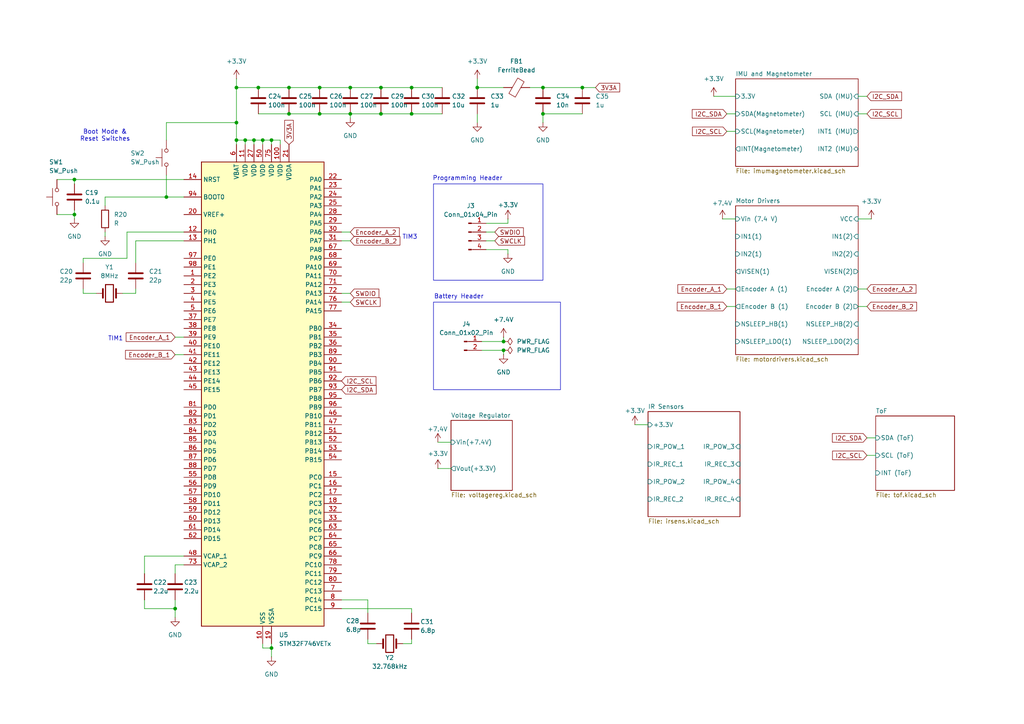
<source format=kicad_sch>
(kicad_sch (version 20250114) (generator "eeschema") (generator_version "9.0")
  (paper "A4")
  (lib_symbols
    (symbol "Connector:Conn_01x02_Pin" (pin_names (offset 1.016) (hide yes))
      (property "Reference" "J" (at 0 2.54 0))
      (property "Value" "Conn_01x02_Pin" (at 0 -5.08 0))
      (symbol "Conn_01x02_Pin_1_1"
        (rectangle (start 0.8636 0.127) (end 0 -0.127) (stroke (width 0.1524)) (fill (type outline)))
        (rectangle (start 0.8636 -2.413) (end 0 -2.667) (stroke (width 0.1524)) (fill (type outline)))
        (polyline (pts (xy 1.27 0) (xy 0.8636 0)) (stroke (width 0.1524)))
        (polyline (pts (xy 1.27 -2.54) (xy 0.8636 -2.54)) (stroke (width 0.1524)))
        (pin passive line (at 5.08 0 180) (length 3.81) (name "Pin_1") (number "1"))
        (pin passive line (at 5.08 -2.54 180) (length 3.81) (name "Pin_2") (number "2"))
      )
    )
    (symbol "Connector:Conn_01x04_Pin" (pin_names (offset 1.016) (hide yes))
      (property "Reference" "J" (at 0 5.08 0))
      (property "Value" "Conn_01x04_Pin" (at 0 -7.62 0))
      (symbol "Conn_01x04_Pin_1_1"
        (rectangle (start 0.8636 2.667) (end 0 2.413) (stroke (width 0.1524)) (fill (type outline)))
        (rectangle (start 0.8636 0.127) (end 0 -0.127) (stroke (width 0.1524)) (fill (type outline)))
        (rectangle (start 0.8636 -2.413) (end 0 -2.667) (stroke (width 0.1524)) (fill (type outline)))
        (rectangle (start 0.8636 -4.953) (end 0 -5.207) (stroke (width 0.1524)) (fill (type outline)))
        (polyline (pts (xy 1.27 2.54) (xy 0.8636 2.54)) (stroke (width 0.1524)))
        (polyline (pts (xy 1.27 0) (xy 0.8636 0)) (stroke (width 0.1524)))
        (polyline (pts (xy 1.27 -2.54) (xy 0.8636 -2.54)) (stroke (width 0.1524)))
        (polyline (pts (xy 1.27 -5.08) (xy 0.8636 -5.08)) (stroke (width 0.1524)))
        (pin passive line (at 5.08 2.54 180) (length 3.81) (name "Pin_1") (number "1"))
        (pin passive line (at 5.08 0 180) (length 3.81) (name "Pin_2") (number "2"))
        (pin passive line (at 5.08 -2.54 180) (length 3.81) (name "Pin_3") (number "3"))
        (pin passive line (at 5.08 -5.08 180) (length 3.81) (name "Pin_4") (number "4"))
      )
    )
    (symbol "Device:C" (pin_numbers (hide yes)) (pin_names (offset 0.254))
      (property "Reference" "C" (at 0.635 2.54 0))
      (property "Value" "C" (at 0.635 -2.54 0))
      (symbol "C_0_1"
        (polyline (pts (xy -2.032 0.762) (xy 2.032 0.762)) (stroke (width 0.508)))
        (polyline (pts (xy -2.032 -0.762) (xy 2.032 -0.762)) (stroke (width 0.508)))
      )
      (symbol "C_1_1"
        (pin passive line (at 0 3.81 270) (length 2.794) (name "~") (number "1"))
        (pin passive line (at 0 -3.81 90) (length 2.794) (name "~") (number "2"))
      )
    )
    (symbol "Device:Crystal" (pin_numbers (hide yes)) (pin_names (offset 1.016) (hide yes))
      (property "Reference" "Y" (at 0 3.81 0))
      (property "Value" "Crystal" (at 0 -3.81 0))
      (symbol "Crystal_0_1"
        (polyline (pts (xy -2.54 0) (xy -1.905 0)))
        (polyline (pts (xy -1.905 -1.27) (xy -1.905 1.27)) (stroke (width 0.508)))
        (rectangle (start -1.143 2.54) (end 1.143 -2.54) (stroke (width 0.3048)))
        (polyline (pts (xy 1.905 -1.27) (xy 1.905 1.27)) (stroke (width 0.508)))
        (polyline (pts (xy 2.54 0) (xy 1.905 0)))
      )
      (symbol "Crystal_1_1"
        (pin passive line (at -3.81 0 0) (length 1.27) (name "1") (number "1"))
        (pin passive line (at 3.81 0 180) (length 1.27) (name "2") (number "2"))
      )
    )
    (symbol "Device:FerriteBead" (pin_numbers (hide yes)) (pin_names (offset 0))
      (property "Reference" "FB" (at -3.81 0.635 90))
      (property "Value" "FerriteBead" (at 3.81 0 90))
      (symbol "FerriteBead_0_1"
        (polyline (pts (xy -2.7686 0.4064) (xy -1.7018 2.2606) (xy 2.7686 -0.3048) (xy 1.6764 -2.159) (xy -2.7686 0.4064)))
        (polyline (pts (xy 0 1.27) (xy 0 1.2954)))
        (polyline (pts (xy 0 -1.27) (xy 0 -1.2192)))
      )
      (symbol "FerriteBead_1_1"
        (pin passive line (at 0 3.81 270) (length 2.54) (name "~") (number "1"))
        (pin passive line (at 0 -3.81 90) (length 2.54) (name "~") (number "2"))
      )
    )
    (symbol "Device:R" (pin_numbers (hide yes)) (pin_names (offset 0))
      (property "Reference" "R" (at 2.032 0 90))
      (property "Value" "R" (at 0 0 90))
      (symbol "R_0_1"
        (rectangle (start -1.016 -2.54) (end 1.016 2.54) (stroke (width 0.254)))
      )
      (symbol "R_1_1"
        (pin passive line (at 0 3.81 270) (length 1.27) (name "~") (number "1"))
        (pin passive line (at 0 -3.81 90) (length 1.27) (name "~") (number "2"))
      )
    )
    (symbol "MCU_ST_STM32F7:STM32F746VETx"
      (property "Reference" "U" (at -17.78 69.85 0))
      (property "Value" "STM32F746VETx" (at 10.16 69.85 0))
      (symbol "STM32F746VETx_0_1"
        (rectangle (start -17.78 -66.04) (end 17.78 68.58) (stroke (width 0.254)) (fill (type background)))
      )
      (symbol "STM32F746VETx_1_1"
        (pin input line (at -22.86 63.5 0) (length 5.08) (name "NRST") (number "14"))
        (pin input line (at -22.86 58.42 0) (length 5.08) (name "BOOT0") (number "94"))
        (pin input line (at -22.86 53.34 0) (length 5.08) (name "VREF+") (number "20"))
        (pin bidirectional line (at -22.86 48.26 0) (length 5.08) (name "PH0") (number "12"))
        (pin bidirectional line (at -22.86 45.72 0) (length 5.08) (name "PH1") (number "13"))
        (pin bidirectional line (at -22.86 40.64 0) (length 5.08) (name "PE0") (number "97"))
        (pin bidirectional line (at -22.86 38.1 0) (length 5.08) (name "PE1") (number "98"))
        (pin bidirectional line (at -22.86 35.56 0) (length 5.08) (name "PE2") (number "1"))
        (pin bidirectional line (at -22.86 33.02 0) (length 5.08) (name "PE3") (number "2"))
        (pin bidirectional line (at -22.86 30.48 0) (length 5.08) (name "PE4") (number "3"))
        (pin bidirectional line (at -22.86 27.94 0) (length 5.08) (name "PE5") (number "4"))
        (pin bidirectional line (at -22.86 25.4 0) (length 5.08) (name "PE6") (number "5"))
        (pin bidirectional line (at -22.86 22.86 0) (length 5.08) (name "PE7") (number "37"))
        (pin bidirectional line (at -22.86 20.32 0) (length 5.08) (name "PE8") (number "38"))
        (pin bidirectional line (at -22.86 17.78 0) (length 5.08) (name "PE9") (number "39"))
        (pin bidirectional line (at -22.86 15.24 0) (length 5.08) (name "PE10") (number "40"))
        (pin bidirectional line (at -22.86 12.7 0) (length 5.08) (name "PE11") (number "41"))
        (pin bidirectional line (at -22.86 10.16 0) (length 5.08) (name "PE12") (number "42"))
        (pin bidirectional line (at -22.86 7.62 0) (length 5.08) (name "PE13") (number "43"))
        (pin bidirectional line (at -22.86 5.08 0) (length 5.08) (name "PE14") (number "44"))
        (pin bidirectional line (at -22.86 2.54 0) (length 5.08) (name "PE15") (number "45"))
        (pin bidirectional line (at -22.86 -2.54 0) (length 5.08) (name "PD0") (number "81"))
        (pin bidirectional line (at -22.86 -5.08 0) (length 5.08) (name "PD1") (number "82"))
        (pin bidirectional line (at -22.86 -7.62 0) (length 5.08) (name "PD2") (number "83"))
        (pin bidirectional line (at -22.86 -10.16 0) (length 5.08) (name "PD3") (number "84"))
        (pin bidirectional line (at -22.86 -12.7 0) (length 5.08) (name "PD4") (number "85"))
        (pin bidirectional line (at -22.86 -15.24 0) (length 5.08) (name "PD5") (number "86"))
        (pin bidirectional line (at -22.86 -17.78 0) (length 5.08) (name "PD6") (number "87"))
        (pin bidirectional line (at -22.86 -20.32 0) (length 5.08) (name "PD7") (number "88"))
        (pin bidirectional line (at -22.86 -22.86 0) (length 5.08) (name "PD8") (number "55"))
        (pin bidirectional line (at -22.86 -25.4 0) (length 5.08) (name "PD9") (number "56"))
        (pin bidirectional line (at -22.86 -27.94 0) (length 5.08) (name "PD10") (number "57"))
        (pin bidirectional line (at -22.86 -30.48 0) (length 5.08) (name "PD11") (number "58"))
        (pin bidirectional line (at -22.86 -33.02 0) (length 5.08) (name "PD12") (number "59"))
        (pin bidirectional line (at -22.86 -35.56 0) (length 5.08) (name "PD13") (number "60"))
        (pin bidirectional line (at -22.86 -38.1 0) (length 5.08) (name "PD14") (number "61"))
        (pin bidirectional line (at -22.86 -40.64 0) (length 5.08) (name "PD15") (number "62"))
        (pin power_out line (at -22.86 -45.72 0) (length 5.08) (name "VCAP_1") (number "48"))
        (pin power_out line (at -22.86 -48.26 0) (length 5.08) (name "VCAP_2") (number "73"))
        (pin power_in line (at -7.62 73.66 270) (length 5.08) (name "VBAT") (number "6"))
        (pin power_in line (at -5.08 73.66 270) (length 5.08) (name "VDD") (number "11"))
        (pin power_in line (at -2.54 73.66 270) (length 5.08) (name "VDD") (number "27"))
        (pin power_in line (at 0 73.66 270) (length 5.08) (name "VDD") (number "50"))
        (pin power_in line (at 0 -71.12 90) (length 5.08) (name "VSS") (number "10"))
        (pin passive line (at 0 -71.12 90) (length 5.08) (hide yes) (name "VSS") (number "26"))
        (pin passive line (at 0 -71.12 90) (length 5.08) (hide yes) (name "VSS") (number "49"))
        (pin passive line (at 0 -71.12 90) (length 5.08) (hide yes) (name "VSS") (number "74"))
        (pin passive line (at 0 -71.12 90) (length 5.08) (hide yes) (name "VSS") (number "99"))
        (pin power_in line (at 2.54 73.66 270) (length 5.08) (name "VDD") (number "75"))
        (pin power_in line (at 2.54 -71.12 90) (length 5.08) (name "VSSA") (number "19"))
        (pin power_in line (at 5.08 73.66 270) (length 5.08) (name "VDD") (number "100"))
        (pin power_in line (at 7.62 73.66 270) (length 5.08) (name "VDDA") (number "21"))
        (pin bidirectional line (at 22.86 63.5 180) (length 5.08) (name "PA0") (number "22"))
        (pin bidirectional line (at 22.86 60.96 180) (length 5.08) (name "PA1") (number "23"))
        (pin bidirectional line (at 22.86 58.42 180) (length 5.08) (name "PA2") (number "24"))
        (pin bidirectional line (at 22.86 55.88 180) (length 5.08) (name "PA3") (number "25"))
        (pin bidirectional line (at 22.86 53.34 180) (length 5.08) (name "PA4") (number "28"))
        (pin bidirectional line (at 22.86 50.8 180) (length 5.08) (name "PA5") (number "29"))
        (pin bidirectional line (at 22.86 48.26 180) (length 5.08) (name "PA6") (number "30"))
        (pin bidirectional line (at 22.86 45.72 180) (length 5.08) (name "PA7") (number "31"))
        (pin bidirectional line (at 22.86 43.18 180) (length 5.08) (name "PA8") (number "67"))
        (pin bidirectional line (at 22.86 40.64 180) (length 5.08) (name "PA9") (number "68"))
        (pin bidirectional line (at 22.86 38.1 180) (length 5.08) (name "PA10") (number "69"))
        (pin bidirectional line (at 22.86 35.56 180) (length 5.08) (name "PA11") (number "70"))
        (pin bidirectional line (at 22.86 33.02 180) (length 5.08) (name "PA12") (number "71"))
        (pin bidirectional line (at 22.86 30.48 180) (length 5.08) (name "PA13") (number "72"))
        (pin bidirectional line (at 22.86 27.94 180) (length 5.08) (name "PA14") (number "76"))
        (pin bidirectional line (at 22.86 25.4 180) (length 5.08) (name "PA15") (number "77"))
        (pin bidirectional line (at 22.86 20.32 180) (length 5.08) (name "PB0") (number "34"))
        (pin bidirectional line (at 22.86 17.78 180) (length 5.08) (name "PB1") (number "35"))
        (pin bidirectional line (at 22.86 15.24 180) (length 5.08) (name "PB2") (number "36"))
        (pin bidirectional line (at 22.86 12.7 180) (length 5.08) (name "PB3") (number "89"))
        (pin bidirectional line (at 22.86 10.16 180) (length 5.08) (name "PB4") (number "90"))
        (pin bidirectional line (at 22.86 7.62 180) (length 5.08) (name "PB5") (number "91"))
        (pin bidirectional line (at 22.86 5.08 180) (length 5.08) (name "PB6") (number "92"))
        (pin bidirectional line (at 22.86 2.54 180) (length 5.08) (name "PB7") (number "93"))
        (pin bidirectional line (at 22.86 0 180) (length 5.08) (name "PB8") (number "95"))
        (pin bidirectional line (at 22.86 -2.54 180) (length 5.08) (name "PB9") (number "96"))
        (pin bidirectional line (at 22.86 -5.08 180) (length 5.08) (name "PB10") (number "46"))
        (pin bidirectional line (at 22.86 -7.62 180) (length 5.08) (name "PB11") (number "47"))
        (pin bidirectional line (at 22.86 -10.16 180) (length 5.08) (name "PB12") (number "51"))
        (pin bidirectional line (at 22.86 -12.7 180) (length 5.08) (name "PB13") (number "52"))
        (pin bidirectional line (at 22.86 -15.24 180) (length 5.08) (name "PB14") (number "53"))
        (pin bidirectional line (at 22.86 -17.78 180) (length 5.08) (name "PB15") (number "54"))
        (pin bidirectional line (at 22.86 -22.86 180) (length 5.08) (name "PC0") (number "15"))
        (pin bidirectional line (at 22.86 -25.4 180) (length 5.08) (name "PC1") (number "16"))
        (pin bidirectional line (at 22.86 -27.94 180) (length 5.08) (name "PC2") (number "17"))
        (pin bidirectional line (at 22.86 -30.48 180) (length 5.08) (name "PC3") (number "18"))
        (pin bidirectional line (at 22.86 -33.02 180) (length 5.08) (name "PC4") (number "32"))
        (pin bidirectional line (at 22.86 -35.56 180) (length 5.08) (name "PC5") (number "33"))
        (pin bidirectional line (at 22.86 -38.1 180) (length 5.08) (name "PC6") (number "63"))
        (pin bidirectional line (at 22.86 -40.64 180) (length 5.08) (name "PC7") (number "64"))
        (pin bidirectional line (at 22.86 -43.18 180) (length 5.08) (name "PC8") (number "65"))
        (pin bidirectional line (at 22.86 -45.72 180) (length 5.08) (name "PC9") (number "66"))
        (pin bidirectional line (at 22.86 -48.26 180) (length 5.08) (name "PC10") (number "78"))
        (pin bidirectional line (at 22.86 -50.8 180) (length 5.08) (name "PC11") (number "79"))
        (pin bidirectional line (at 22.86 -53.34 180) (length 5.08) (name "PC12") (number "80"))
        (pin bidirectional line (at 22.86 -55.88 180) (length 5.08) (name "PC13") (number "7"))
        (pin bidirectional line (at 22.86 -58.42 180) (length 5.08) (name "PC14") (number "8"))
        (pin bidirectional line (at 22.86 -60.96 180) (length 5.08) (name "PC15") (number "9"))
      )
    )
    (symbol "Switch:SW_Push" (pin_numbers (hide yes)) (pin_names (offset 1.016) (hide yes))
      (property "Reference" "SW" (at 1.27 2.54 0))
      (property "Value" "SW_Push" (at 0 -1.524 0))
      (symbol "SW_Push_0_1"
        (circle (center -2.032 0) (radius 0.508))
        (polyline (pts (xy 0 1.27) (xy 0 3.048)))
        (circle (center 2.032 0) (radius 0.508))
        (polyline (pts (xy 2.54 1.27) (xy -2.54 1.27)))
        (pin passive line (at -5.08 0 0) (length 2.54) (name "1") (number "1"))
        (pin passive line (at 5.08 0 180) (length 2.54) (name "2") (number "2"))
      )
    )
    (symbol "power:+3.3V" (power) (pin_numbers (hide yes)) (pin_names (offset 0) (hide yes))
      (property "Value" "+3.3V" (at 0 3.556 0))
      (symbol "+3.3V_0_1"
        (polyline (pts (xy -0.762 1.27) (xy 0 2.54)))
        (polyline (pts (xy 0 2.54) (xy 0.762 1.27)))
        (polyline (pts (xy 0 0) (xy 0 2.54)))
      )
      (symbol "+3.3V_1_1"
        (pin power_in line (at 0 0 90) (length 0) (name "~") (number "1"))
      )
    )
    (symbol "power:GND" (power) (pin_numbers (hide yes)) (pin_names (offset 0) (hide yes))
      (property "Value" "GND" (at 0 -3.81 0))
      (symbol "GND_0_1"
        (polyline (pts (xy 0 0) (xy 0 -1.27) (xy 1.27 -1.27) (xy 0 -2.54) (xy -1.27 -1.27) (xy 0 -1.27)))
      )
      (symbol "GND_1_1"
        (pin power_in line (at 0 0 270) (length 0) (name "~") (number "1"))
      )
    )
    (symbol "power:PWR_FLAG" (power) (pin_numbers (hide yes)) (pin_names (offset 0) (hide yes))
      (property "Value" "PWR_FLAG" (at 0 3.81 0))
      (symbol "PWR_FLAG_0_0"
        (pin power_out line (at 0 0 90) (length 0) (name "~") (number "1"))
      )
      (symbol "PWR_FLAG_0_1"
        (polyline (pts (xy 0 0) (xy 0 1.27) (xy -1.016 1.905) (xy 0 2.54) (xy 1.016 1.905) (xy 0 1.27)))
      )
    )
    (symbol "power:VDC" (power) (pin_numbers (hide yes)) (pin_names (offset 0) (hide yes))
      (property "Value" "VDC" (at 0 3.556 0))
      (symbol "VDC_0_1"
        (polyline (pts (xy -0.762 1.27) (xy 0 2.54)))
        (polyline (pts (xy 0 2.54) (xy 0.762 1.27)))
        (polyline (pts (xy 0 0) (xy 0 2.54)))
      )
      (symbol "VDC_1_1"
        (pin power_in line (at 0 0 90) (length 0) (name "~") (number "1"))
      )
    )
  )
  (rectangle (start 125.73 87.63) (end 162.56 113.03))
  (rectangle (start 125.73 53.34) (end 157.48 81.28))
  (text "Battery Header" (at 133.096 86.106 0) (effects (font (size 1.27 1.27))))
  (text "Boot Mode &\nReset Switches" (at 30.48 39.37 0) (effects (font (size 1.27 1.27))))
  (text "TIM1" (at 33.528 98.298 0) (effects (font (size 1.27 1.27))))
  (text "Programming Header" (at 135.636 51.816 0) (effects (font (size 1.27 1.27))))
  (text "TIM3" (at 118.872 68.834 0) (effects (font (size 1.27 1.27))))
  (junction (at 78.74 187.96))
  (junction (at 73.66 40.64))
  (junction (at 92.71 25.4))
  (junction (at 48.26 57.15))
  (junction (at 68.58 35.56))
  (junction (at 157.48 33.02))
  (junction (at 50.8 176.53))
  (junction (at 68.58 25.4))
  (junction (at 21.59 52.07))
  (junction (at 74.93 25.4))
  (junction (at 101.6 25.4))
  (junction (at 76.2 40.64))
  (junction (at 168.91 25.4))
  (junction (at 146.05 99.06))
  (junction (at 71.12 40.64))
  (junction (at 101.6 33.02))
  (junction (at 68.58 40.64))
  (junction (at 119.38 25.4))
  (junction (at 83.82 25.4))
  (junction (at 146.05 101.6))
  (junction (at 157.48 25.4))
  (junction (at 21.59 62.23))
  (junction (at 110.49 25.4))
  (junction (at 119.38 33.02))
  (junction (at 110.49 33.02))
  (junction (at 83.82 33.02))
  (junction (at 78.74 40.64))
  (junction (at 138.43 25.4))
  (junction (at 92.71 33.02))
  (wire (pts (xy 24.13 74.93) (xy 36.83 74.93)))
  (wire (pts (xy 48.26 35.56) (xy 68.58 35.56)))
  (wire (pts (xy 251.46 132.08) (xy 254 132.08)))
  (wire (pts (xy 53.34 161.29) (xy 41.91 161.29)))
  (wire (pts (xy 106.68 185.42) (xy 106.68 186.69)))
  (wire (pts (xy 50.8 176.53) (xy 50.8 179.07)))
  (wire (pts (xy 21.59 62.23) (xy 21.59 60.96)))
  (wire (pts (xy 99.06 69.85) (xy 101.6 69.85)))
  (wire (pts (xy 50.8 176.53) (xy 41.91 176.53)))
  (wire (pts (xy 101.6 33.02) (xy 110.49 33.02)))
  (wire (pts (xy 48.26 40.64) (xy 48.26 35.56)))
  (wire (pts (xy 248.92 88.9) (xy 251.46 88.9)))
  (wire (pts (xy 83.82 33.02) (xy 92.71 33.02)))
  (wire (pts (xy 41.91 173.99) (xy 41.91 176.53)))
  (wire (pts (xy 68.58 40.64) (xy 71.12 40.64)))
  (wire (pts (xy 146.05 97.79) (xy 146.05 99.06)))
  (wire (pts (xy 30.48 57.15) (xy 48.26 57.15)))
  (wire (pts (xy 106.68 173.99) (xy 99.06 173.99)))
  (wire (pts (xy 157.48 33.02) (xy 168.91 33.02)))
  (wire (pts (xy 99.06 67.31) (xy 101.6 67.31)))
  (wire (pts (xy 248.92 27.94) (xy 251.46 27.94)))
  (wire (pts (xy 50.8 102.87) (xy 53.34 102.87)))
  (wire (pts (xy 99.06 87.63) (xy 101.6 87.63)))
  (wire (pts (xy 147.32 64.77) (xy 140.97 64.77)))
  (wire (pts (xy 27.94 85.09) (xy 24.13 85.09)))
  (wire (pts (xy 35.56 85.09) (xy 39.37 85.09)))
  (wire (pts (xy 110.49 33.02) (xy 119.38 33.02)))
  (wire (pts (xy 210.82 33.02) (xy 213.36 33.02)))
  (wire (pts (xy 157.48 25.4) (xy 168.91 25.4)))
  (wire (pts (xy 39.37 69.85) (xy 53.34 69.85)))
  (wire (pts (xy 50.8 173.99) (xy 50.8 176.53)))
  (wire (pts (xy 71.12 40.64) (xy 73.66 40.64)))
  (wire (pts (xy 78.74 40.64) (xy 78.74 41.91)))
  (wire (pts (xy 140.97 67.31) (xy 143.51 67.31)))
  (wire (pts (xy 210.82 88.9) (xy 213.36 88.9)))
  (wire (pts (xy 36.83 67.31) (xy 53.34 67.31)))
  (wire (pts (xy 74.93 25.4) (xy 83.82 25.4)))
  (wire (pts (xy 99.06 85.09) (xy 101.6 85.09)))
  (wire (pts (xy 138.43 22.86) (xy 138.43 25.4)))
  (wire (pts (xy 248.92 33.02) (xy 251.46 33.02)))
  (wire (pts (xy 99.06 176.53) (xy 119.38 176.53)))
  (wire (pts (xy 83.82 25.4) (xy 92.71 25.4)))
  (wire (pts (xy 140.97 69.85) (xy 143.51 69.85)))
  (wire (pts (xy 68.58 35.56) (xy 68.58 40.64)))
  (wire (pts (xy 39.37 76.2) (xy 39.37 69.85)))
  (wire (pts (xy 16.51 52.07) (xy 21.59 52.07)))
  (wire (pts (xy 210.82 38.1) (xy 213.36 38.1)))
  (wire (pts (xy 36.83 74.93) (xy 36.83 67.31)))
  (wire (pts (xy 119.38 25.4) (xy 128.27 25.4)))
  (wire (pts (xy 78.74 187.96) (xy 78.74 190.5)))
  (wire (pts (xy 153.67 25.4) (xy 157.48 25.4)))
  (wire (pts (xy 92.71 33.02) (xy 101.6 33.02)))
  (wire (pts (xy 16.51 62.23) (xy 21.59 62.23)))
  (wire (pts (xy 76.2 187.96) (xy 78.74 187.96)))
  (wire (pts (xy 116.84 186.69) (xy 119.38 186.69)))
  (wire (pts (xy 207.01 27.94) (xy 213.36 27.94)))
  (wire (pts (xy 210.82 83.82) (xy 213.36 83.82)))
  (wire (pts (xy 71.12 40.64) (xy 71.12 41.91)))
  (wire (pts (xy 68.58 25.4) (xy 68.58 35.56)))
  (wire (pts (xy 68.58 40.64) (xy 68.58 41.91)))
  (wire (pts (xy 24.13 83.82) (xy 24.13 85.09)))
  (wire (pts (xy 110.49 25.4) (xy 119.38 25.4)))
  (wire (pts (xy 168.91 25.4) (xy 172.72 25.4)))
  (wire (pts (xy 251.46 127) (xy 254 127)))
  (wire (pts (xy 147.32 72.39) (xy 140.97 72.39)))
  (wire (pts (xy 48.26 50.8) (xy 48.26 57.15)))
  (wire (pts (xy 41.91 161.29) (xy 41.91 166.37)))
  (wire (pts (xy 146.05 102.87) (xy 146.05 101.6)))
  (wire (pts (xy 39.37 83.82) (xy 39.37 85.09)))
  (wire (pts (xy 138.43 33.02) (xy 138.43 35.56)))
  (wire (pts (xy 24.13 74.93) (xy 24.13 76.2)))
  (wire (pts (xy 78.74 40.64) (xy 81.28 40.64)))
  (wire (pts (xy 101.6 33.02) (xy 101.6 34.29)))
  (wire (pts (xy 127 135.89) (xy 130.81 135.89)))
  (wire (pts (xy 146.05 101.6) (xy 139.7 101.6)))
  (wire (pts (xy 209.55 63.5) (xy 213.36 63.5)))
  (wire (pts (xy 73.66 40.64) (xy 76.2 40.64)))
  (wire (pts (xy 73.66 40.64) (xy 73.66 41.91)))
  (wire (pts (xy 30.48 57.15) (xy 30.48 59.69)))
  (wire (pts (xy 248.92 63.5) (xy 252.73 63.5)))
  (wire (pts (xy 21.59 52.07) (xy 21.59 53.34)))
  (wire (pts (xy 30.48 67.31) (xy 30.48 68.58)))
  (wire (pts (xy 76.2 186.69) (xy 76.2 187.96)))
  (wire (pts (xy 119.38 177.8) (xy 119.38 176.53)))
  (wire (pts (xy 147.32 73.66) (xy 147.32 72.39)))
  (wire (pts (xy 76.2 40.64) (xy 78.74 40.64)))
  (wire (pts (xy 157.48 33.02) (xy 157.48 35.56)))
  (wire (pts (xy 184.15 123.19) (xy 187.96 123.19)))
  (wire (pts (xy 119.38 33.02) (xy 128.27 33.02)))
  (wire (pts (xy 92.71 25.4) (xy 101.6 25.4)))
  (wire (pts (xy 50.8 163.83) (xy 53.34 163.83)))
  (wire (pts (xy 50.8 166.37) (xy 50.8 163.83)))
  (wire (pts (xy 106.68 177.8) (xy 106.68 173.99)))
  (wire (pts (xy 21.59 63.5) (xy 21.59 62.23)))
  (wire (pts (xy 68.58 22.86) (xy 68.58 25.4)))
  (wire (pts (xy 127 128.27) (xy 130.81 128.27)))
  (wire (pts (xy 119.38 186.69) (xy 119.38 185.42)))
  (wire (pts (xy 248.92 83.82) (xy 251.46 83.82)))
  (wire (pts (xy 21.59 52.07) (xy 53.34 52.07)))
  (wire (pts (xy 109.22 186.69) (xy 106.68 186.69)))
  (wire (pts (xy 48.26 57.15) (xy 53.34 57.15)))
  (wire (pts (xy 138.43 25.4) (xy 146.05 25.4)))
  (wire (pts (xy 50.8 97.79) (xy 53.34 97.79)))
  (wire (pts (xy 74.93 33.02) (xy 83.82 33.02)))
  (wire (pts (xy 81.28 40.64) (xy 81.28 41.91)))
  (wire (pts (xy 78.74 187.96) (xy 78.74 186.69)))
  (wire (pts (xy 101.6 25.4) (xy 110.49 25.4)))
  (wire (pts (xy 68.58 25.4) (xy 74.93 25.4)))
  (wire (pts (xy 76.2 40.64) (xy 76.2 41.91)))
  (wire (pts (xy 146.05 99.06) (xy 139.7 99.06)))
  (wire (pts (xy 147.32 63.5) (xy 147.32 64.77)))
  (global_label "SWCLK" (shape input) (at 143.51 69.85 0) (property "Intersheetrefs" "${INTERSHEET_REFS}" (effects (hide yes))))
  (global_label "SWDIO" (shape input) (at 101.6 85.09 0) (property "Intersheetrefs" "${INTERSHEET_REFS}" (effects (hide yes))))
  (global_label "I2C_SCL" (shape input) (at 210.82 38.1 180) (property "Intersheetrefs" "${INTERSHEET_REFS}" (effects (hide yes))))
  (global_label "Encoder_A_1" (shape input) (at 210.82 83.82 180) (property "Intersheetrefs" "${INTERSHEET_REFS}" (effects (hide yes))))
  (global_label "3V3A" (shape input) (at 83.82 41.91 90) (property "Intersheetrefs" "${INTERSHEET_REFS}" (effects (hide yes))))
  (global_label "Encoder_A_2" (shape input) (at 251.46 83.82 0) (property "Intersheetrefs" "${INTERSHEET_REFS}" (effects (hide yes))))
  (global_label "I2C_SDA" (shape input) (at 251.46 27.94 0) (property "Intersheetrefs" "${INTERSHEET_REFS}" (effects (hide yes))))
  (global_label "Encoder_A_1" (shape input) (at 50.8 97.79 180) (property "Intersheetrefs" "${INTERSHEET_REFS}" (effects (hide yes))))
  (global_label "3V3A" (shape input) (at 172.72 25.4 0) (property "Intersheetrefs" "${INTERSHEET_REFS}" (effects (hide yes))))
  (global_label "Encoder_B_2" (shape input) (at 251.46 88.9 0) (property "Intersheetrefs" "${INTERSHEET_REFS}" (effects (hide yes))))
  (global_label "SWDIO" (shape input) (at 143.51 67.31 0) (property "Intersheetrefs" "${INTERSHEET_REFS}" (effects (hide yes))))
  (global_label "I2C_SDA" (shape input) (at 251.46 127 180) (property "Intersheetrefs" "${INTERSHEET_REFS}" (effects (hide yes))))
  (global_label "I2C_SCL" (shape input) (at 251.46 33.02 0) (property "Intersheetrefs" "${INTERSHEET_REFS}" (effects (hide yes))))
  (global_label "I2C_SDA" (shape input) (at 99.06 113.03 0) (property "Intersheetrefs" "${INTERSHEET_REFS}" (effects (hide yes))))
  (global_label "I2C_SDA" (shape input) (at 210.82 33.02 180) (property "Intersheetrefs" "${INTERSHEET_REFS}" (effects (hide yes))))
  (global_label "I2C_SCL" (shape input) (at 251.46 132.08 180) (property "Intersheetrefs" "${INTERSHEET_REFS}" (effects (hide yes))))
  (global_label "Encoder_A_2" (shape input) (at 101.6 67.31 0) (property "Intersheetrefs" "${INTERSHEET_REFS}" (effects (hide yes))))
  (global_label "SWCLK" (shape input) (at 101.6 87.63 0) (property "Intersheetrefs" "${INTERSHEET_REFS}" (effects (hide yes))))
  (global_label "Encoder_B_2" (shape input) (at 101.6 69.85 0) (property "Intersheetrefs" "${INTERSHEET_REFS}" (effects (hide yes))))
  (global_label "Encoder_B_1" (shape input) (at 50.8 102.87 180) (property "Intersheetrefs" "${INTERSHEET_REFS}" (effects (hide yes))))
  (global_label "Encoder_B_1" (shape input) (at 210.82 88.9 180) (property "Intersheetrefs" "${INTERSHEET_REFS}" (effects (hide yes))))
  (global_label "I2C_SCL" (shape input) (at 99.06 110.49 0) (property "Intersheetrefs" "${INTERSHEET_REFS}" (effects (hide yes))))
  (symbol (lib_id "power:GND") (at 50.8 179.07 0) (unit 1)
    (property "Reference" "#PWR050" (effects (hide yes)))
    (property "Value" "GND" (at 50.8 184.15 0))
    (property "Description" "Power symbol creates a global label with name \"GND\" , ground" (effects (hide yes)))
  )
  (symbol (lib_id "Device:C") (at 50.8 170.18 0) (unit 1)
    (property "Reference" "C23" (at 53.34 168.91 0) (effects (justify left)))
    (property "Value" "2.2u" (at 53.34 171.45 0) (effects (justify left)))
    (property "Description" "Unpolarized capacitor" (effects (hide yes)))
  )
  (symbol (lib_id "Connector:Conn_01x04_Pin") (at 135.89 67.31 0) (unit 1)
    (property "Reference" "J3" (at 136.525 59.69 0))
    (property "Value" "Conn_01x04_Pin" (at 136.525 62.23 0))
    (property "Description" "Generic connector, single row, 01x04, script generated" (effects (hide yes)))
  )
  (symbol (lib_id "power:GND") (at 78.74 190.5 0) (unit 1)
    (property "Reference" "#PWR052" (effects (hide yes)))
    (property "Value" "GND" (at 78.74 195.58 0))
    (property "Description" "Power symbol creates a global label with name \"GND\" , ground" (effects (hide yes)))
  )
  (symbol (lib_id "power:VDC") (at 127 128.27 0) (unit 1)
    (property "Reference" "#PWR09" (effects (hide yes)))
    (property "Value" "+7.4V" (at 123.952 124.46 0) (effects (justify left)))
    (property "Description" "Power symbol creates a global label with name \"VDC\"" (effects (hide yes)))
  )
  (symbol (lib_id "power:+3.3V") (at 184.15 123.19 0) (unit 1)
    (property "Reference" "#PWR065" (effects (hide yes)))
    (property "Value" "+3.3V" (at 184.15 119.126 0))
    (property "Description" "Power symbol creates a global label with name \"+3.3V\"" (effects (hide yes)))
  )
  (symbol (lib_id "power:PWR_FLAG") (at 146.05 101.6 270) (unit 1)
    (property "Reference" "#FLG02" (effects (hide yes)))
    (property "Value" "PWR_FLAG" (at 149.86 101.5999 90) (effects (justify left)))
    (property "Description" "Special symbol for telling ERC where power comes from" (effects (hide yes)))
  )
  (symbol (lib_id "Device:C") (at 21.59 57.15 0) (unit 1)
    (property "Reference" "C19" (at 24.638 55.88 0) (effects (justify left)))
    (property "Value" "0.1u" (at 24.638 58.42 0) (effects (justify left)))
    (property "Description" "Unpolarized capacitor" (effects (hide yes)))
  )
  (symbol (lib_id "Device:C") (at 24.13 80.01 0) (unit 1)
    (property "Reference" "C20" (at 17.272 78.74 0) (effects (justify left)))
    (property "Value" "22p" (at 17.272 81.28 0) (effects (justify left)))
    (property "Description" "Unpolarized capacitor" (effects (hide yes)))
  )
  (symbol (lib_id "Device:C") (at 74.93 29.21 0) (unit 1)
    (property "Reference" "C24" (at 77.724 27.94 0) (effects (justify left)))
    (property "Value" "100n" (at 77.724 30.48 0) (effects (justify left)))
    (property "Description" "Unpolarized capacitor" (effects (hide yes)))
  )
  (symbol (lib_id "Device:C") (at 39.37 80.01 0) (unit 1)
    (property "Reference" "C21" (at 43.18 78.7399 0) (effects (justify left)))
    (property "Value" "22p" (at 43.18 81.2799 0) (effects (justify left)))
    (property "Description" "Unpolarized capacitor" (effects (hide yes)))
  )
  (symbol (lib_id "Device:C") (at 168.91 29.21 0) (unit 1)
    (property "Reference" "C35" (at 172.72 27.9399 0) (effects (justify left)))
    (property "Value" "1u" (at 172.72 30.4799 0) (effects (justify left)))
    (property "Description" "Unpolarized capacitor" (effects (hide yes)))
  )
  (symbol (lib_id "Device:C") (at 41.91 170.18 0) (unit 1)
    (property "Reference" "C22" (at 44.45 168.91 0) (effects (justify left)))
    (property "Value" "2.2u" (at 44.45 171.45 0) (effects (justify left)))
    (property "Description" "Unpolarized capacitor" (effects (hide yes)))
  )
  (symbol (lib_id "power:+3.3V") (at 252.73 63.5 0) (unit 1)
    (property "Reference" "#PWR063" (effects (hide yes)))
    (property "Value" "+3.3V" (at 252.73 58.42 0))
    (property "Description" "Power symbol creates a global label with name \"+3.3V\"" (effects (hide yes)))
  )
  (symbol (lib_id "power:PWR_FLAG") (at 146.05 99.06 270) (unit 1)
    (property "Reference" "#FLG01" (effects (hide yes)))
    (property "Value" "PWR_FLAG" (at 149.86 99.0599 90) (effects (justify left)))
    (property "Description" "Special symbol for telling ERC where power comes from" (effects (hide yes)))
  )
  (symbol (lib_id "Device:C") (at 106.68 181.61 0) (unit 1)
    (property "Reference" "C28" (at 100.33 180.086 0) (effects (justify left)))
    (property "Value" "6.8p" (at 100.33 182.626 0) (effects (justify left)))
    (property "Description" "Unpolarized capacitor" (effects (hide yes)))
  )
  (symbol (lib_id "Device:C") (at 119.38 29.21 0) (unit 1)
    (property "Reference" "C30" (at 122.174 27.94 0) (effects (justify left)))
    (property "Value" "100n" (at 122.174 30.48 0) (effects (justify left)))
    (property "Description" "Unpolarized capacitor" (effects (hide yes)))
  )
  (symbol (lib_id "power:VDC") (at 209.55 63.5 0) (unit 1)
    (property "Reference" "#PWR064" (effects (hide yes)))
    (property "Value" "+7.4V" (at 206.502 58.928 0) (effects (justify left)))
    (property "Description" "Power symbol creates a global label with name \"VDC\"" (effects (hide yes)))
  )
  (symbol (lib_id "power:GND") (at 157.48 35.56 0) (unit 1)
    (property "Reference" "#PWR056" (effects (hide yes)))
    (property "Value" "GND" (at 157.48 40.64 0))
    (property "Description" "Power symbol creates a global label with name \"GND\" , ground" (effects (hide yes)))
  )
  (symbol (lib_id "Device:C") (at 83.82 29.21 0) (unit 1)
    (property "Reference" "C25" (at 86.614 27.94 0) (effects (justify left)))
    (property "Value" "100n" (at 86.614 30.48 0) (effects (justify left)))
    (property "Description" "Unpolarized capacitor" (effects (hide yes)))
  )
  (symbol (lib_id "power:GND") (at 21.59 63.5 0) (unit 1)
    (property "Reference" "#PWR048" (effects (hide yes)))
    (property "Value" "GND" (at 21.59 68.58 0))
    (property "Description" "Power symbol creates a global label with name \"GND\" , ground" (effects (hide yes)))
  )
  (symbol (lib_id "power:+3.3V") (at 147.32 63.5 0) (unit 1)
    (property "Reference" "#PWR067" (effects (hide yes)))
    (property "Value" "+3.3V" (at 147.32 59.436 0))
    (property "Description" "Power symbol creates a global label with name \"+3.3V\"" (effects (hide yes)))
  )
  (symbol (lib_id "Device:Crystal") (at 31.75 85.09 0) (unit 1)
    (property "Reference" "Y1" (at 31.75 77.47 0))
    (property "Value" "8MHz" (at 31.75 80.01 0))
    (property "Description" "Two pin crystal" (effects (hide yes)))
  )
  (symbol (lib_id "Switch:SW_Push") (at 16.51 57.15 90) (unit 1)
    (property "Reference" "SW1" (at 14.224 46.99 90) (effects (justify right)))
    (property "Value" "SW_Push" (at 14.224 49.53 90) (effects (justify right)))
    (property "Description" "Push button switch, generic, two pins" (effects (hide yes)))
  )
  (symbol (lib_id "power:+3.3V") (at 146.05 97.79 0) (unit 1)
    (property "Reference" "#PWR068" (effects (hide yes)))
    (property "Value" "+7.4V" (at 146.05 92.71 0))
    (property "Description" "Power symbol creates a global label with name \"+3.3V\"" (effects (hide yes)))
  )
  (symbol (lib_id "Device:Crystal") (at 113.03 186.69 0) (unit 1)
    (property "Reference" "Y2" (at 113.03 190.754 0))
    (property "Value" "32.768kHz" (at 113.03 193.294 0))
    (property "Description" "Two pin crystal" (effects (hide yes)))
  )
  (symbol (lib_id "Device:C") (at 110.49 29.21 0) (unit 1)
    (property "Reference" "C29" (at 113.284 27.94 0) (effects (justify left)))
    (property "Value" "100n" (at 113.284 30.48 0) (effects (justify left)))
    (property "Description" "Unpolarized capacitor" (effects (hide yes)))
  )
  (symbol (lib_id "Device:FerriteBead") (at 149.86 25.4 90) (unit 1)
    (property "Reference" "FB1" (at 149.8092 17.78 90))
    (property "Value" "FerriteBead" (at 149.8092 20.32 90))
    (property "Description" "Ferrite bead" (effects (hide yes)))
  )
  (symbol (lib_id "power:GND") (at 101.6 34.29 0) (unit 1)
    (property "Reference" "#PWR053" (effects (hide yes)))
    (property "Value" "GND" (at 101.6 39.37 0))
    (property "Description" "Power symbol creates a global label with name \"GND\" , ground" (effects (hide yes)))
  )
  (symbol (lib_id "Device:C") (at 128.27 29.21 0) (unit 1)
    (property "Reference" "C32" (at 131.064 27.94 0) (effects (justify left)))
    (property "Value" "10u" (at 131.064 30.48 0) (effects (justify left)))
    (property "Description" "Unpolarized capacitor" (effects (hide yes)))
  )
  (symbol (lib_id "Device:C") (at 138.43 29.21 0) (unit 1)
    (property "Reference" "C33" (at 142.24 27.9399 0) (effects (justify left)))
    (property "Value" "1u" (at 142.24 30.4799 0) (effects (justify left)))
    (property "Description" "Unpolarized capacitor" (effects (hide yes)))
  )
  (symbol (lib_id "Device:R") (at 30.48 63.5 0) (unit 1)
    (property "Reference" "R20" (at 33.02 62.2299 0) (effects (justify left)))
    (property "Value" "R" (at 33.02 64.7699 0) (effects (justify left)))
    (property "Description" "Resistor" (effects (hide yes)))
  )
  (symbol (lib_id "Device:C") (at 101.6 29.21 0) (unit 1)
    (property "Reference" "C27" (at 104.394 27.94 0) (effects (justify left)))
    (property "Value" "100n" (at 104.394 30.48 0) (effects (justify left)))
    (property "Description" "Unpolarized capacitor" (effects (hide yes)))
  )
  (symbol (lib_id "Device:C") (at 92.71 29.21 0) (unit 1)
    (property "Reference" "C26" (at 95.504 27.94 0) (effects (justify left)))
    (property "Value" "100n" (at 95.504 30.48 0) (effects (justify left)))
    (property "Description" "Unpolarized capacitor" (effects (hide yes)))
  )
  (symbol (lib_id "power:GND") (at 30.48 68.58 0) (unit 1)
    (property "Reference" "#PWR049" (effects (hide yes)))
    (property "Value" "GND" (at 30.48 73.66 0))
    (property "Description" "Power symbol creates a global label with name \"GND\" , ground" (effects (hide yes)))
  )
  (symbol (lib_id "power:+3.3V") (at 68.58 22.86 0) (unit 1)
    (property "Reference" "#PWR060" (effects (hide yes)))
    (property "Value" "+3.3V" (at 68.58 17.78 0))
    (property "Description" "Power symbol creates a global label with name \"+3.3V\"" (effects (hide yes)))
  )
  (symbol (lib_id "power:GND") (at 146.05 102.87 0) (unit 1)
    (property "Reference" "#PWR069" (effects (hide yes)))
    (property "Value" "GND" (at 146.05 107.95 0))
    (property "Description" "Power symbol creates a global label with name \"GND\" , ground" (effects (hide yes)))
  )
  (symbol (lib_id "MCU_ST_STM32F7:STM32F746VETx") (at 76.2 115.57 0) (unit 1)
    (property "Reference" "U5" (at 80.8833 184.15 0) (effects (justify left)))
    (property "Value" "STM32F746VETx" (at 80.8833 186.69 0) (effects (justify left)))
    (property "Footprint" "Package_QFP:LQFP-100_14x14mm_P0.5mm" (effects (hide yes)))
    (property "Datasheet" "https://www.st.com/resource/en/datasheet/stm32f746ve.pdf" (effects (hide yes)))
    (property "Description" "STMicroelectronics Arm Cortex-M7 MCU, 512KB flash, 320KB RAM, 216 MHz, 1.7-3.6V, 82 GPIO, LQFP100" (effects (hide yes)))
  )
  (symbol (lib_id "Switch:SW_Push") (at 48.26 45.72 90) (unit 1)
    (property "Reference" "SW2" (at 37.846 44.45 90) (effects (justify right)))
    (property "Value" "SW_Push" (at 37.846 46.99 90) (effects (justify right)))
    (property "Description" "Push button switch, generic, two pins" (effects (hide yes)))
  )
  (symbol (lib_id "power:GND") (at 147.32 73.66 0) (unit 1)
    (property "Reference" "#PWR071" (effects (hide yes)))
    (property "Value" "GND" (at 147.32 78.74 0))
    (property "Description" "Power symbol creates a global label with name \"GND\" , ground" (effects (hide yes)))
  )
  (symbol (lib_id "power:GND") (at 138.43 35.56 0) (unit 1)
    (property "Reference" "#PWR055" (effects (hide yes)))
    (property "Value" "GND" (at 138.43 40.64 0))
    (property "Description" "Power symbol creates a global label with name \"GND\" , ground" (effects (hide yes)))
  )
  (symbol (lib_id "power:+3.3V") (at 207.01 27.94 0) (unit 1)
    (property "Reference" "#PWR070" (effects (hide yes)))
    (property "Value" "+3.3V" (at 207.01 22.86 0))
    (property "Description" "Power symbol creates a global label with name \"+3.3V\"" (effects (hide yes)))
  )
  (symbol (lib_id "Device:C") (at 119.38 181.61 0) (unit 1)
    (property "Reference" "C31" (at 121.92 180.34 0) (effects (justify left)))
    (property "Value" "6.8p" (at 121.92 182.88 0) (effects (justify left)))
    (property "Description" "Unpolarized capacitor" (effects (hide yes)))
  )
  (symbol (lib_id "Connector:Conn_01x02_Pin") (at 134.62 99.06 0) (unit 1)
    (property "Reference" "J4" (at 135.255 93.98 0))
    (property "Value" "Conn_01x02_Pin" (at 135.255 96.52 0))
    (property "Description" "Generic connector, single row, 01x02, script generated" (effects (hide yes)))
  )
  (symbol (lib_id "power:+3.3V") (at 127 135.89 0) (unit 1)
    (property "Reference" "#PWR062" (effects (hide yes)))
    (property "Value" "+3.3V" (at 127 131.572 0))
    (property "Description" "Power symbol creates a global label with name \"+3.3V\"" (effects (hide yes)))
  )
  (symbol (lib_id "power:+3.3V") (at 138.43 22.86 0) (unit 1)
    (property "Reference" "#PWR061" (effects (hide yes)))
    (property "Value" "+3.3V" (at 138.43 17.78 0))
    (property "Description" "Power symbol creates a global label with name \"+3.3V\"" (effects (hide yes)))
  )
  (symbol (lib_id "Device:C") (at 157.48 29.21 0) (unit 1)
    (property "Reference" "C34" (at 161.29 27.9399 0) (effects (justify left)))
    (property "Value" "10n" (at 161.29 30.4799 0) (effects (justify left)))
    (property "Description" "Unpolarized capacitor" (effects (hide yes)))
  )
  (sheet (at 213.36 22.86) (size 35.56 25.4) (stroke (width 0.1524))
    (property "Sheetname" "IMU and Magnetometer" (at 213.36 22.1484 0) (effects (justify left bottom)))
    (property "Sheetfile" "imumagnetometer.kicad_sch" (at 213.36 48.8446 0) (effects (justify left top)))
    (pin "INT1 (IMU)" output (at 248.92 38.1 0))
    (pin "SDA (IMU)" input (at 248.92 27.94 0))
    (pin "INT2 (IMU)" bidirectional (at 248.92 43.18 0))
    (pin "SDA(Magnetometer)" input (at 213.36 33.02 180))
    (pin "SCL(Magnetometer)" input (at 213.36 38.1 180))
    (pin "INT(Magnetometer)" output (at 213.36 43.18 180))
    (pin "SCL (IMU)" input (at 248.92 33.02 0))
    (pin "3.3V" input (at 213.36 27.94 180))
  )
  (sheet (at 187.96 119.38) (size 26.67 30.48) (stroke (width 0.1524))
    (property "Sheetname" "IR Sensors" (at 187.96 118.6684 0) (effects (justify left bottom)))
    (property "Sheetfile" "irsens.kicad_sch" (at 187.96 150.4446 0) (effects (justify left top)))
    (pin "+3.3V" input (at 187.96 123.19 180))
    (pin "IR_POW_1" input (at 187.96 129.54 180))
    (pin "IR_REC_1" input (at 187.96 134.62 180))
    (pin "IR_POW_2" input (at 187.96 139.7 180))
    (pin "IR_REC_2" input (at 187.96 144.78 180))
    (pin "IR_POW_3" input (at 214.63 129.54 0))
    (pin "IR_REC_3" input (at 214.63 134.62 0))
    (pin "IR_POW_4" input (at 214.63 139.7 0))
    (pin "IR_REC_4" input (at 214.63 144.78 0))
  )
  (sheet (at 130.81 121.92) (size 17.78 20.32) (stroke (width 0.1524))
    (property "Sheetname" "Voltage Regulator" (at 130.81 121.2084 0) (effects (justify left bottom)))
    (property "Sheetfile" "voltagereg.kicad_sch" (at 130.81 142.8246 0) (effects (justify left top)))
    (pin "Vin(+7.4V)" input (at 130.81 128.27 180))
    (pin "Vout(+3.3V)" output (at 130.81 135.89 180))
  )
  (sheet (at 254 120.65) (size 22.86 21.59) (stroke (width 0.1524))
    (property "Sheetname" "ToF" (at 254 119.9384 0) (effects (justify left bottom)))
    (property "Sheetfile" "tof.kicad_sch" (at 254 142.8246 0) (effects (justify left top)))
    (pin "SDA (ToF)" input (at 254 127 180))
    (pin "SCL (ToF)" input (at 254 132.08 180))
    (pin "INT (ToF)" input (at 254 137.16 180))
  )
  (sheet (at 213.36 59.69) (size 35.56 43.18) (stroke (width 0.1524))
    (property "Sheetname" "Motor Drivers" (at 213.36 58.9784 0) (effects (justify left bottom)))
    (property "Sheetfile" "motordrivers.kicad_sch" (at 213.36 103.4546 0) (effects (justify left top)))
    (pin "Vin (7.4 V)" input (at 213.36 63.5 180))
    (pin "VCC" input (at 248.92 63.5 0))
    (pin "IN1(2)" input (at 248.92 68.58 0))
    (pin "IN1(1)" input (at 213.36 68.58 180))
    (pin "Encoder A (1)" output (at 213.36 83.82 180))
    (pin "Encoder B (1)" output (at 213.36 88.9 180))
    (pin "NSLEEP_LDO(2)" input (at 248.92 99.06 0))
    (pin "NSLEEP_LDO(1)" input (at 213.36 99.06 180))
    (pin "Encoder A (2)" output (at 248.92 83.82 0))
    (pin "Encoder B (2)" output (at 248.92 88.9 0))
    (pin "IN2(1)" input (at 213.36 73.66 180))
    (pin "IN2(2)" input (at 248.92 73.66 0))
    (pin "VISEN(2)" output (at 248.92 78.74 0))
    (pin "NSLEEP_HB(2)" input (at 248.92 93.98 0))
    (pin "VISEN(1)" output (at 213.36 78.74 180))
    (pin "NSLEEP_HB(1)" input (at 213.36 93.98 180))
  )
)
</source>
